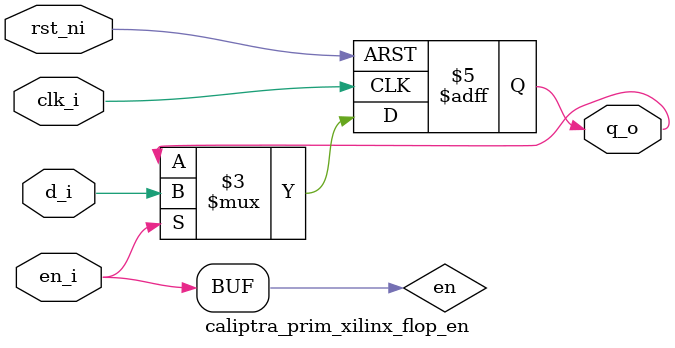
<source format=sv>

module fpga_fake_icg (
    input logic clk,
    input logic en,
    output clk_cg
);
    // No clock gating
    assign clk_cg = clk;

endmodule

// Caliptra ICG that uses gated clock conversion for clock gating
module fpga_real_icg (
    (* gated_clock = "yes" *) input logic clk,
    input logic en,
    output clk_cg
);
    logic en_lat;

    always @(negedge clk) begin
        en_lat <= en;
    end

    // Gate clk
    assign clk_cg = clk && en_lat;

endmodule

// VEER ICG that uses gated clock conversion for clock gating
module fpga_rv_clkhdr
  (
   (* gated_clock = "yes" *) input logic CK,
   input logic SE, EN,
   output Q
   );
   logic  enable;
   assign enable = EN | SE;
   logic  en_ff;

   always @(negedge CK) begin
      en_ff <= enable;
   end

   assign Q = CK & en_ff;

endmodule

(* DONT_TOUCH = "yes" *)
module caliptra_prim_xilinx_buf #(
  parameter int Width = 1
) (
  input        [Width-1:0] in_i,
  output logic [Width-1:0] out_o
);

  logic [Width-1:0] inv;
  assign inv = ~in_i;
  assign out_o = ~inv;

endmodule

(* DONT_TOUCH = "yes" *)
module caliptra_prim_xilinx_flop #(
  parameter int               Width      = 1,
  parameter logic [Width-1:0] ResetValue = 0
) (
  input                    clk_i,
  input                    rst_ni,
  input        [Width-1:0] d_i,
  output logic [Width-1:0] q_o
);

  always_ff @(posedge clk_i or negedge rst_ni) begin
    if (!rst_ni) begin
      q_o <= ResetValue;
    end else begin
      q_o <= d_i;
    end
  end

endmodule

(* DONT_TOUCH = "yes" *)
module caliptra_prim_xilinx_flop_en #(
  parameter int               Width      = 1,
  parameter bit               EnSecBuf   = 0,
  parameter logic [Width-1:0] ResetValue = 0
) (
  input                    clk_i,
  input                    rst_ni,
  input                    en_i,
  input        [Width-1:0] d_i,
  output logic [Width-1:0] q_o
);

  logic en;
  if (EnSecBuf) begin : gen_en_sec_buf
    caliptra_prim_sec_anchor_buf #(
      .Width(1)
    ) u_en_buf (
      .in_i(en_i),
      .out_o(en)
    );
  end else begin : gen_en_no_sec_buf
    assign en = en_i;
  end

  always_ff @(posedge clk_i or negedge rst_ni) begin
    if (!rst_ni) begin
      q_o <= ResetValue;
    end else if (en) begin
      q_o <= d_i;
    end
  end

endmodule
</source>
